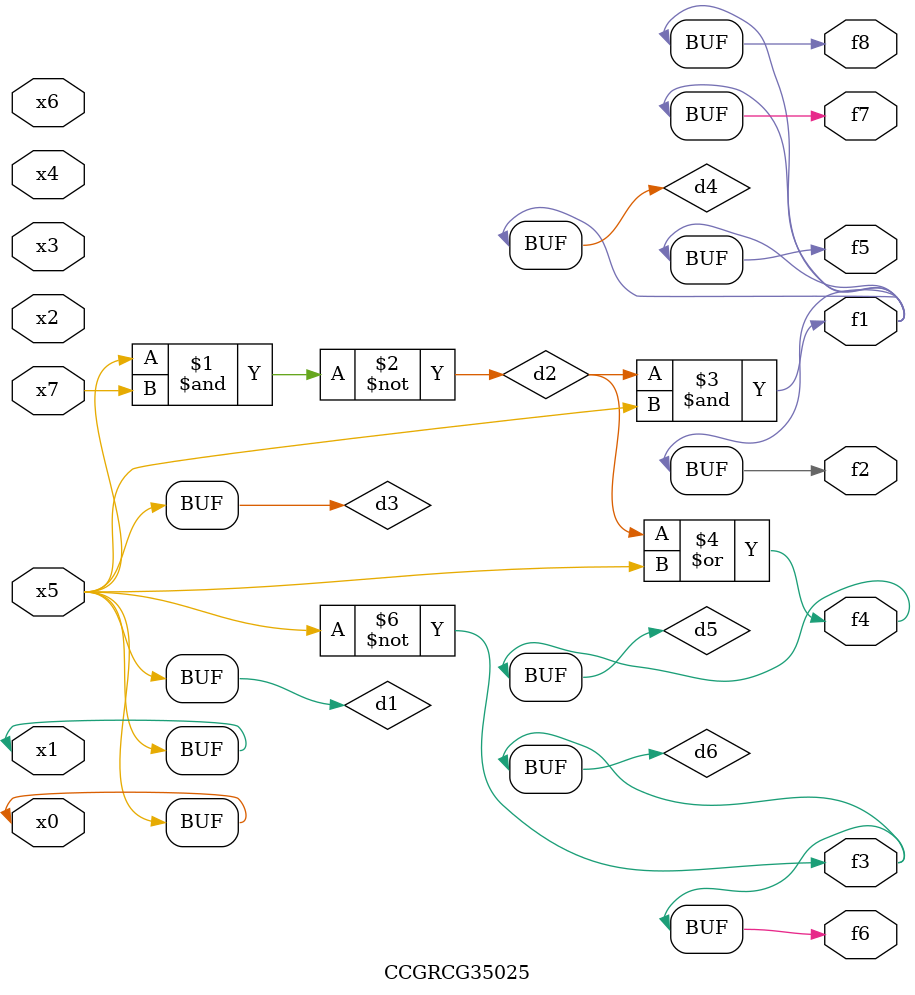
<source format=v>
module CCGRCG35025(
	input x0, x1, x2, x3, x4, x5, x6, x7,
	output f1, f2, f3, f4, f5, f6, f7, f8
);

	wire d1, d2, d3, d4, d5, d6;

	buf (d1, x0, x5);
	nand (d2, x5, x7);
	buf (d3, x0, x1);
	and (d4, d2, d3);
	or (d5, d2, d3);
	nor (d6, d1, d3);
	assign f1 = d4;
	assign f2 = d4;
	assign f3 = d6;
	assign f4 = d5;
	assign f5 = d4;
	assign f6 = d6;
	assign f7 = d4;
	assign f8 = d4;
endmodule

</source>
